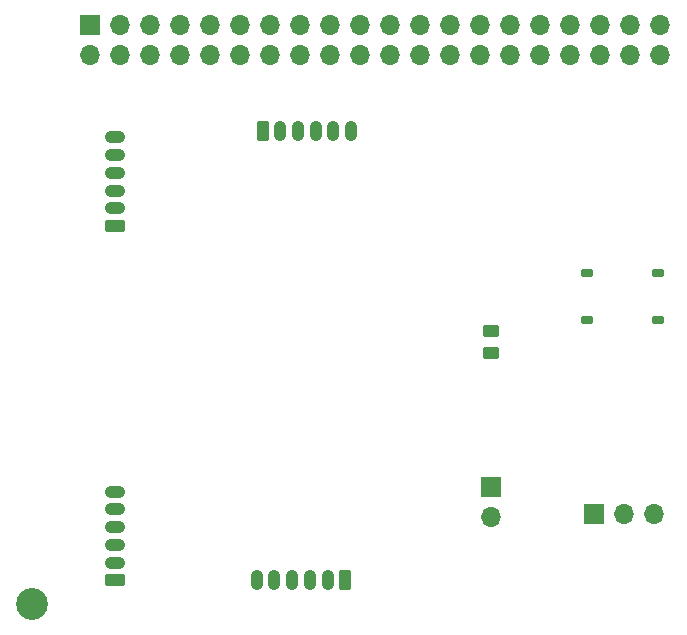
<source format=gbr>
%TF.GenerationSoftware,KiCad,Pcbnew,8.0.1*%
%TF.CreationDate,2024-09-23T21:20:22+09:00*%
%TF.ProjectId,Test2,54657374-322e-46b6-9963-61645f706362,rev?*%
%TF.SameCoordinates,Original*%
%TF.FileFunction,Soldermask,Top*%
%TF.FilePolarity,Negative*%
%FSLAX46Y46*%
G04 Gerber Fmt 4.6, Leading zero omitted, Abs format (unit mm)*
G04 Created by KiCad (PCBNEW 8.0.1) date 2024-09-23 21:20:22*
%MOMM*%
%LPD*%
G01*
G04 APERTURE LIST*
G04 Aperture macros list*
%AMRoundRect*
0 Rectangle with rounded corners*
0 $1 Rounding radius*
0 $2 $3 $4 $5 $6 $7 $8 $9 X,Y pos of 4 corners*
0 Add a 4 corners polygon primitive as box body*
4,1,4,$2,$3,$4,$5,$6,$7,$8,$9,$2,$3,0*
0 Add four circle primitives for the rounded corners*
1,1,$1+$1,$2,$3*
1,1,$1+$1,$4,$5*
1,1,$1+$1,$6,$7*
1,1,$1+$1,$8,$9*
0 Add four rect primitives between the rounded corners*
20,1,$1+$1,$2,$3,$4,$5,0*
20,1,$1+$1,$4,$5,$6,$7,0*
20,1,$1+$1,$6,$7,$8,$9,0*
20,1,$1+$1,$8,$9,$2,$3,0*%
G04 Aperture macros list end*
%ADD10RoundRect,0.250000X0.450000X-0.262500X0.450000X0.262500X-0.450000X0.262500X-0.450000X-0.262500X0*%
%ADD11R,1.700000X1.700000*%
%ADD12O,1.700000X1.700000*%
%ADD13O,1.730000X1.030000*%
%ADD14RoundRect,0.250000X0.615000X-0.265000X0.615000X0.265000X-0.615000X0.265000X-0.615000X-0.265000X0*%
%ADD15RoundRect,0.187500X-0.312500X-0.187500X0.312500X-0.187500X0.312500X0.187500X-0.312500X0.187500X0*%
%ADD16RoundRect,0.250000X-0.265000X-0.615000X0.265000X-0.615000X0.265000X0.615000X-0.265000X0.615000X0*%
%ADD17O,1.030000X1.730000*%
%ADD18RoundRect,0.250000X0.265000X0.615000X-0.265000X0.615000X-0.265000X-0.615000X0.265000X-0.615000X0*%
%ADD19C,2.700000*%
G04 APERTURE END LIST*
D10*
%TO.C,R1*%
X131800000Y-110712500D03*
X131800000Y-108887500D03*
%TD*%
D11*
%TO.C,Fan1*%
X131800000Y-122100000D03*
D12*
X131800000Y-124640000D03*
%TD*%
D13*
%TO.C,J2_GPIO17*%
X100000000Y-92500000D03*
X100000000Y-94000000D03*
X100000000Y-95500000D03*
X100000000Y-97000000D03*
X100000000Y-98500000D03*
D14*
X100000000Y-100000000D03*
%TD*%
D15*
%TO.C,SW1_GPIO8*%
X140000000Y-104000000D03*
X146000000Y-104000000D03*
X140000000Y-108000000D03*
X146000000Y-108000000D03*
%TD*%
D16*
%TO.C,J1_GPIO4*%
X112500000Y-92000000D03*
D17*
X114000000Y-92000000D03*
X115500000Y-92000000D03*
X117000000Y-92000000D03*
X118500000Y-92000000D03*
X120000000Y-92000000D03*
%TD*%
D18*
%TO.C,J4_GPIO22*%
X119500000Y-130000000D03*
D17*
X118000000Y-130000000D03*
X116500000Y-130000000D03*
X115000000Y-130000000D03*
X113500000Y-130000000D03*
X112000000Y-130000000D03*
%TD*%
D19*
%TO.C,REF\u002A\u002A*%
X93000000Y-132000000D03*
%TD*%
D11*
%TO.C,M1_GPIO23*%
X140560000Y-124400000D03*
D12*
X143100000Y-124400000D03*
X145640000Y-124400000D03*
%TD*%
D11*
%TO.C,J1*%
X97920000Y-83000000D03*
D12*
X97920000Y-85540000D03*
X100460000Y-83000000D03*
X100460000Y-85540000D03*
X103000000Y-83000000D03*
X103000000Y-85540000D03*
X105540000Y-83000000D03*
X105540000Y-85540000D03*
X108080000Y-83000000D03*
X108080000Y-85540000D03*
X110620000Y-83000000D03*
X110620000Y-85540000D03*
X113160000Y-83000000D03*
X113160000Y-85540000D03*
X115700000Y-83000000D03*
X115700000Y-85540000D03*
X118240000Y-83000000D03*
X118240000Y-85540000D03*
X120780000Y-83000000D03*
X120780000Y-85540000D03*
X123320000Y-83000000D03*
X123320000Y-85540000D03*
X125860000Y-83000000D03*
X125860000Y-85540000D03*
X128400000Y-83000000D03*
X128400000Y-85540000D03*
X130940000Y-83000000D03*
X130940000Y-85540000D03*
X133480000Y-83000000D03*
X133480000Y-85540000D03*
X136020000Y-83000000D03*
X136020000Y-85540000D03*
X138560000Y-83000000D03*
X138560000Y-85540000D03*
X141100000Y-83000000D03*
X141100000Y-85540000D03*
X143640000Y-83000000D03*
X143640000Y-85540000D03*
X146180000Y-83000000D03*
X146180000Y-85540000D03*
%TD*%
D13*
%TO.C,J3_GPIO27*%
X100000000Y-122500000D03*
X100000000Y-124000000D03*
X100000000Y-125500000D03*
X100000000Y-127000000D03*
X100000000Y-128500000D03*
D14*
X100000000Y-130000000D03*
%TD*%
M02*

</source>
